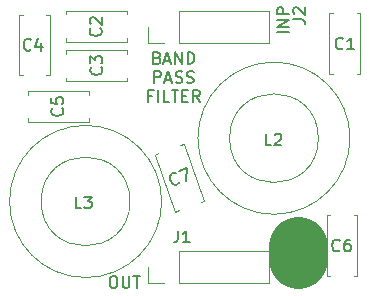
<source format=gbr>
%TF.GenerationSoftware,KiCad,Pcbnew,(6.0.11)*%
%TF.CreationDate,2023-05-06T11:24:47-05:00*%
%TF.ProjectId,SerialResonantFilter,53657269-616c-4526-9573-6f6e616e7446,rev?*%
%TF.SameCoordinates,Original*%
%TF.FileFunction,Legend,Top*%
%TF.FilePolarity,Positive*%
%FSLAX46Y46*%
G04 Gerber Fmt 4.6, Leading zero omitted, Abs format (unit mm)*
G04 Created by KiCad (PCBNEW (6.0.11)) date 2023-05-06 11:24:47*
%MOMM*%
%LPD*%
G01*
G04 APERTURE LIST*
%ADD10C,5.000000*%
%ADD11C,0.150000*%
%ADD12C,0.120000*%
G04 APERTURE END LIST*
D10*
X143954500Y-109982000D02*
X143954500Y-111061500D01*
D11*
X125643333Y-106792380D02*
X125167142Y-106792380D01*
X125167142Y-105792380D01*
X125881428Y-105792380D02*
X126500476Y-105792380D01*
X126167142Y-106173333D01*
X126310000Y-106173333D01*
X126405238Y-106220952D01*
X126452857Y-106268571D01*
X126500476Y-106363809D01*
X126500476Y-106601904D01*
X126452857Y-106697142D01*
X126405238Y-106744761D01*
X126310000Y-106792380D01*
X126024285Y-106792380D01*
X125929047Y-106744761D01*
X125881428Y-106697142D01*
X132059047Y-94038571D02*
X132201904Y-94086190D01*
X132249523Y-94133809D01*
X132297142Y-94229047D01*
X132297142Y-94371904D01*
X132249523Y-94467142D01*
X132201904Y-94514761D01*
X132106666Y-94562380D01*
X131725714Y-94562380D01*
X131725714Y-93562380D01*
X132059047Y-93562380D01*
X132154285Y-93610000D01*
X132201904Y-93657619D01*
X132249523Y-93752857D01*
X132249523Y-93848095D01*
X132201904Y-93943333D01*
X132154285Y-93990952D01*
X132059047Y-94038571D01*
X131725714Y-94038571D01*
X132678095Y-94276666D02*
X133154285Y-94276666D01*
X132582857Y-94562380D02*
X132916190Y-93562380D01*
X133249523Y-94562380D01*
X133582857Y-94562380D02*
X133582857Y-93562380D01*
X134154285Y-94562380D01*
X134154285Y-93562380D01*
X134630476Y-94562380D02*
X134630476Y-93562380D01*
X134868571Y-93562380D01*
X135011428Y-93610000D01*
X135106666Y-93705238D01*
X135154285Y-93800476D01*
X135201904Y-93990952D01*
X135201904Y-94133809D01*
X135154285Y-94324285D01*
X135106666Y-94419523D01*
X135011428Y-94514761D01*
X134868571Y-94562380D01*
X134630476Y-94562380D01*
X131797142Y-96172380D02*
X131797142Y-95172380D01*
X132178095Y-95172380D01*
X132273333Y-95220000D01*
X132320952Y-95267619D01*
X132368571Y-95362857D01*
X132368571Y-95505714D01*
X132320952Y-95600952D01*
X132273333Y-95648571D01*
X132178095Y-95696190D01*
X131797142Y-95696190D01*
X132749523Y-95886666D02*
X133225714Y-95886666D01*
X132654285Y-96172380D02*
X132987619Y-95172380D01*
X133320952Y-96172380D01*
X133606666Y-96124761D02*
X133749523Y-96172380D01*
X133987619Y-96172380D01*
X134082857Y-96124761D01*
X134130476Y-96077142D01*
X134178095Y-95981904D01*
X134178095Y-95886666D01*
X134130476Y-95791428D01*
X134082857Y-95743809D01*
X133987619Y-95696190D01*
X133797142Y-95648571D01*
X133701904Y-95600952D01*
X133654285Y-95553333D01*
X133606666Y-95458095D01*
X133606666Y-95362857D01*
X133654285Y-95267619D01*
X133701904Y-95220000D01*
X133797142Y-95172380D01*
X134035238Y-95172380D01*
X134178095Y-95220000D01*
X134559047Y-96124761D02*
X134701904Y-96172380D01*
X134940000Y-96172380D01*
X135035238Y-96124761D01*
X135082857Y-96077142D01*
X135130476Y-95981904D01*
X135130476Y-95886666D01*
X135082857Y-95791428D01*
X135035238Y-95743809D01*
X134940000Y-95696190D01*
X134749523Y-95648571D01*
X134654285Y-95600952D01*
X134606666Y-95553333D01*
X134559047Y-95458095D01*
X134559047Y-95362857D01*
X134606666Y-95267619D01*
X134654285Y-95220000D01*
X134749523Y-95172380D01*
X134987619Y-95172380D01*
X135130476Y-95220000D01*
X131606666Y-97258571D02*
X131273333Y-97258571D01*
X131273333Y-97782380D02*
X131273333Y-96782380D01*
X131749523Y-96782380D01*
X132130476Y-97782380D02*
X132130476Y-96782380D01*
X133082857Y-97782380D02*
X132606666Y-97782380D01*
X132606666Y-96782380D01*
X133273333Y-96782380D02*
X133844761Y-96782380D01*
X133559047Y-97782380D02*
X133559047Y-96782380D01*
X134178095Y-97258571D02*
X134511428Y-97258571D01*
X134654285Y-97782380D02*
X134178095Y-97782380D01*
X134178095Y-96782380D01*
X134654285Y-96782380D01*
X135654285Y-97782380D02*
X135320952Y-97306190D01*
X135082857Y-97782380D02*
X135082857Y-96782380D01*
X135463809Y-96782380D01*
X135559047Y-96830000D01*
X135606666Y-96877619D01*
X135654285Y-96972857D01*
X135654285Y-97115714D01*
X135606666Y-97210952D01*
X135559047Y-97258571D01*
X135463809Y-97306190D01*
X135082857Y-97306190D01*
X143192380Y-91873809D02*
X142192380Y-91873809D01*
X143192380Y-91397619D02*
X142192380Y-91397619D01*
X143192380Y-90826190D01*
X142192380Y-90826190D01*
X143192380Y-90350000D02*
X142192380Y-90350000D01*
X142192380Y-89969047D01*
X142240000Y-89873809D01*
X142287619Y-89826190D01*
X142382857Y-89778571D01*
X142525714Y-89778571D01*
X142620952Y-89826190D01*
X142668571Y-89873809D01*
X142716190Y-89969047D01*
X142716190Y-90350000D01*
X128260000Y-112532380D02*
X128450476Y-112532380D01*
X128545714Y-112580000D01*
X128640952Y-112675238D01*
X128688571Y-112865714D01*
X128688571Y-113199047D01*
X128640952Y-113389523D01*
X128545714Y-113484761D01*
X128450476Y-113532380D01*
X128260000Y-113532380D01*
X128164761Y-113484761D01*
X128069523Y-113389523D01*
X128021904Y-113199047D01*
X128021904Y-112865714D01*
X128069523Y-112675238D01*
X128164761Y-112580000D01*
X128260000Y-112532380D01*
X129117142Y-112532380D02*
X129117142Y-113341904D01*
X129164761Y-113437142D01*
X129212380Y-113484761D01*
X129307619Y-113532380D01*
X129498095Y-113532380D01*
X129593333Y-113484761D01*
X129640952Y-113437142D01*
X129688571Y-113341904D01*
X129688571Y-112532380D01*
X130021904Y-112532380D02*
X130593333Y-112532380D01*
X130307619Y-113532380D02*
X130307619Y-112532380D01*
X141713333Y-101452380D02*
X141237142Y-101452380D01*
X141237142Y-100452380D01*
X141999047Y-100547619D02*
X142046666Y-100500000D01*
X142141904Y-100452380D01*
X142380000Y-100452380D01*
X142475238Y-100500000D01*
X142522857Y-100547619D01*
X142570476Y-100642857D01*
X142570476Y-100738095D01*
X142522857Y-100880952D01*
X141951428Y-101452380D01*
X142570476Y-101452380D01*
%TO.C,C1*%
X147783333Y-93237142D02*
X147735714Y-93284761D01*
X147592857Y-93332380D01*
X147497619Y-93332380D01*
X147354761Y-93284761D01*
X147259523Y-93189523D01*
X147211904Y-93094285D01*
X147164285Y-92903809D01*
X147164285Y-92760952D01*
X147211904Y-92570476D01*
X147259523Y-92475238D01*
X147354761Y-92380000D01*
X147497619Y-92332380D01*
X147592857Y-92332380D01*
X147735714Y-92380000D01*
X147783333Y-92427619D01*
X148735714Y-93332380D02*
X148164285Y-93332380D01*
X148450000Y-93332380D02*
X148450000Y-92332380D01*
X148354761Y-92475238D01*
X148259523Y-92570476D01*
X148164285Y-92618095D01*
%TO.C,C2*%
X127247142Y-91556666D02*
X127294761Y-91604285D01*
X127342380Y-91747142D01*
X127342380Y-91842380D01*
X127294761Y-91985238D01*
X127199523Y-92080476D01*
X127104285Y-92128095D01*
X126913809Y-92175714D01*
X126770952Y-92175714D01*
X126580476Y-92128095D01*
X126485238Y-92080476D01*
X126390000Y-91985238D01*
X126342380Y-91842380D01*
X126342380Y-91747142D01*
X126390000Y-91604285D01*
X126437619Y-91556666D01*
X126437619Y-91175714D02*
X126390000Y-91128095D01*
X126342380Y-91032857D01*
X126342380Y-90794761D01*
X126390000Y-90699523D01*
X126437619Y-90651904D01*
X126532857Y-90604285D01*
X126628095Y-90604285D01*
X126770952Y-90651904D01*
X127342380Y-91223333D01*
X127342380Y-90604285D01*
%TO.C,C3*%
X127307142Y-94846666D02*
X127354761Y-94894285D01*
X127402380Y-95037142D01*
X127402380Y-95132380D01*
X127354761Y-95275238D01*
X127259523Y-95370476D01*
X127164285Y-95418095D01*
X126973809Y-95465714D01*
X126830952Y-95465714D01*
X126640476Y-95418095D01*
X126545238Y-95370476D01*
X126450000Y-95275238D01*
X126402380Y-95132380D01*
X126402380Y-95037142D01*
X126450000Y-94894285D01*
X126497619Y-94846666D01*
X126402380Y-94513333D02*
X126402380Y-93894285D01*
X126783333Y-94227619D01*
X126783333Y-94084761D01*
X126830952Y-93989523D01*
X126878571Y-93941904D01*
X126973809Y-93894285D01*
X127211904Y-93894285D01*
X127307142Y-93941904D01*
X127354761Y-93989523D01*
X127402380Y-94084761D01*
X127402380Y-94370476D01*
X127354761Y-94465714D01*
X127307142Y-94513333D01*
%TO.C,C4*%
X121353333Y-93327142D02*
X121305714Y-93374761D01*
X121162857Y-93422380D01*
X121067619Y-93422380D01*
X120924761Y-93374761D01*
X120829523Y-93279523D01*
X120781904Y-93184285D01*
X120734285Y-92993809D01*
X120734285Y-92850952D01*
X120781904Y-92660476D01*
X120829523Y-92565238D01*
X120924761Y-92470000D01*
X121067619Y-92422380D01*
X121162857Y-92422380D01*
X121305714Y-92470000D01*
X121353333Y-92517619D01*
X122210476Y-92755714D02*
X122210476Y-93422380D01*
X121972380Y-92374761D02*
X121734285Y-93089047D01*
X122353333Y-93089047D01*
%TO.C,C5*%
X123997142Y-98326666D02*
X124044761Y-98374285D01*
X124092380Y-98517142D01*
X124092380Y-98612380D01*
X124044761Y-98755238D01*
X123949523Y-98850476D01*
X123854285Y-98898095D01*
X123663809Y-98945714D01*
X123520952Y-98945714D01*
X123330476Y-98898095D01*
X123235238Y-98850476D01*
X123140000Y-98755238D01*
X123092380Y-98612380D01*
X123092380Y-98517142D01*
X123140000Y-98374285D01*
X123187619Y-98326666D01*
X123092380Y-97421904D02*
X123092380Y-97898095D01*
X123568571Y-97945714D01*
X123520952Y-97898095D01*
X123473333Y-97802857D01*
X123473333Y-97564761D01*
X123520952Y-97469523D01*
X123568571Y-97421904D01*
X123663809Y-97374285D01*
X123901904Y-97374285D01*
X123997142Y-97421904D01*
X124044761Y-97469523D01*
X124092380Y-97564761D01*
X124092380Y-97802857D01*
X124044761Y-97898095D01*
X123997142Y-97945714D01*
%TO.C,C6*%
X147493333Y-110327142D02*
X147445714Y-110374761D01*
X147302857Y-110422380D01*
X147207619Y-110422380D01*
X147064761Y-110374761D01*
X146969523Y-110279523D01*
X146921904Y-110184285D01*
X146874285Y-109993809D01*
X146874285Y-109850952D01*
X146921904Y-109660476D01*
X146969523Y-109565238D01*
X147064761Y-109470000D01*
X147207619Y-109422380D01*
X147302857Y-109422380D01*
X147445714Y-109470000D01*
X147493333Y-109517619D01*
X148350476Y-109422380D02*
X148160000Y-109422380D01*
X148064761Y-109470000D01*
X148017142Y-109517619D01*
X147921904Y-109660476D01*
X147874285Y-109850952D01*
X147874285Y-110231904D01*
X147921904Y-110327142D01*
X147969523Y-110374761D01*
X148064761Y-110422380D01*
X148255238Y-110422380D01*
X148350476Y-110374761D01*
X148398095Y-110327142D01*
X148445714Y-110231904D01*
X148445714Y-109993809D01*
X148398095Y-109898571D01*
X148350476Y-109850952D01*
X148255238Y-109803333D01*
X148064761Y-109803333D01*
X147969523Y-109850952D01*
X147921904Y-109898571D01*
X147874285Y-109993809D01*
%TO.C,C7*%
X133905534Y-104582607D02*
X133877074Y-104643641D01*
X133759118Y-104737249D01*
X133669624Y-104769822D01*
X133519095Y-104773935D01*
X133397027Y-104717014D01*
X133319707Y-104643806D01*
X133209813Y-104481103D01*
X133160953Y-104346861D01*
X133140553Y-104151586D01*
X133152727Y-104045804D01*
X133209649Y-103923737D01*
X133327604Y-103830129D01*
X133417098Y-103797556D01*
X133567627Y-103793443D01*
X133628661Y-103821904D01*
X133909318Y-103618403D02*
X134535780Y-103390389D01*
X134475075Y-104476662D01*
%TO.C,J1*%
X133816666Y-108672380D02*
X133816666Y-109386666D01*
X133769047Y-109529523D01*
X133673809Y-109624761D01*
X133530952Y-109672380D01*
X133435714Y-109672380D01*
X134816666Y-109672380D02*
X134245238Y-109672380D01*
X134530952Y-109672380D02*
X134530952Y-108672380D01*
X134435714Y-108815238D01*
X134340476Y-108910476D01*
X134245238Y-108958095D01*
%TO.C,J2*%
X143552380Y-90763333D02*
X144266666Y-90763333D01*
X144409523Y-90810952D01*
X144504761Y-90906190D01*
X144552380Y-91049047D01*
X144552380Y-91144285D01*
X143647619Y-90334761D02*
X143600000Y-90287142D01*
X143552380Y-90191904D01*
X143552380Y-89953809D01*
X143600000Y-89858571D01*
X143647619Y-89810952D01*
X143742857Y-89763333D01*
X143838095Y-89763333D01*
X143980952Y-89810952D01*
X144552380Y-90382380D01*
X144552380Y-89763333D01*
D12*
%TO.C,C1*%
X146944000Y-90270000D02*
X146630000Y-90270000D01*
X149250000Y-95390000D02*
X148936000Y-95390000D01*
X149250000Y-90270000D02*
X149250000Y-95390000D01*
X149250000Y-90270000D02*
X148936000Y-90270000D01*
X146944000Y-95390000D02*
X146630000Y-95390000D01*
X146630000Y-90270000D02*
X146630000Y-95390000D01*
%TO.C,C2*%
X129460000Y-90364000D02*
X129460000Y-90050000D01*
X124340000Y-92670000D02*
X124340000Y-92356000D01*
X129460000Y-92670000D02*
X124340000Y-92670000D01*
X129460000Y-92670000D02*
X129460000Y-92356000D01*
X124340000Y-90364000D02*
X124340000Y-90050000D01*
X129460000Y-90050000D02*
X124340000Y-90050000D01*
%TO.C,C3*%
X129480000Y-93724000D02*
X129480000Y-93410000D01*
X124360000Y-96030000D02*
X124360000Y-95716000D01*
X129480000Y-96030000D02*
X124360000Y-96030000D01*
X129480000Y-96030000D02*
X129480000Y-95716000D01*
X124360000Y-93724000D02*
X124360000Y-93410000D01*
X129480000Y-93410000D02*
X124360000Y-93410000D01*
%TO.C,C4*%
X120360000Y-90400000D02*
X120360000Y-95520000D01*
X120674000Y-95520000D02*
X120360000Y-95520000D01*
X122980000Y-90400000D02*
X122666000Y-90400000D01*
X122980000Y-90400000D02*
X122980000Y-95520000D01*
X122980000Y-95520000D02*
X122666000Y-95520000D01*
X120674000Y-90400000D02*
X120360000Y-90400000D01*
%TO.C,C5*%
X126260000Y-97184000D02*
X126260000Y-96870000D01*
X121140000Y-99490000D02*
X121140000Y-99176000D01*
X126260000Y-99490000D02*
X121140000Y-99490000D01*
X126260000Y-99490000D02*
X126260000Y-99176000D01*
X121140000Y-97184000D02*
X121140000Y-96870000D01*
X126260000Y-96870000D02*
X121140000Y-96870000D01*
%TO.C,C6*%
X146705000Y-107382000D02*
X146391000Y-107382000D01*
X149011000Y-112502000D02*
X148697000Y-112502000D01*
X149011000Y-107382000D02*
X149011000Y-112502000D01*
X149011000Y-107382000D02*
X148697000Y-107382000D01*
X146705000Y-112502000D02*
X146391000Y-112502000D01*
X146391000Y-107382000D02*
X146391000Y-112502000D01*
%TO.C,C7*%
X132139545Y-102138271D02*
X131844481Y-102245665D01*
X136057619Y-106160798D02*
X135762556Y-106268193D01*
X134306476Y-101349572D02*
X136057619Y-106160798D01*
X134306476Y-101349572D02*
X134011413Y-101456966D01*
X133890688Y-106949497D02*
X133595625Y-107056891D01*
X131844481Y-102245665D02*
X133595625Y-107056891D01*
%TO.C,L2*%
X148377811Y-100845258D02*
G75*
G03*
X148377811Y-100845258I-6440001J0D01*
G01*
X145695910Y-100845258D02*
G75*
G03*
X145695910Y-100845258I-3758100J0D01*
G01*
%TO.C,L3*%
X129748100Y-106200254D02*
G75*
G03*
X129748100Y-106200254I-3758100J0D01*
G01*
X132430000Y-106200254D02*
G75*
G03*
X132430000Y-106200254I-6440000J0D01*
G01*
%TO.C,J1*%
X133858000Y-113090000D02*
X133858000Y-110430000D01*
X133858000Y-110430000D02*
X141538000Y-110430000D01*
X132588000Y-113090000D02*
X131258000Y-113090000D01*
X141538000Y-113090000D02*
X141538000Y-110430000D01*
X131258000Y-113090000D02*
X131258000Y-111760000D01*
X133858000Y-113090000D02*
X141538000Y-113090000D01*
%TO.C,J2*%
X132588000Y-92770000D02*
X131258000Y-92770000D01*
X141538000Y-92770000D02*
X141538000Y-90110000D01*
X133858000Y-92770000D02*
X133858000Y-90110000D01*
X131258000Y-92770000D02*
X131258000Y-91440000D01*
X133858000Y-92770000D02*
X141538000Y-92770000D01*
X133858000Y-90110000D02*
X141538000Y-90110000D01*
%TD*%
M02*

</source>
